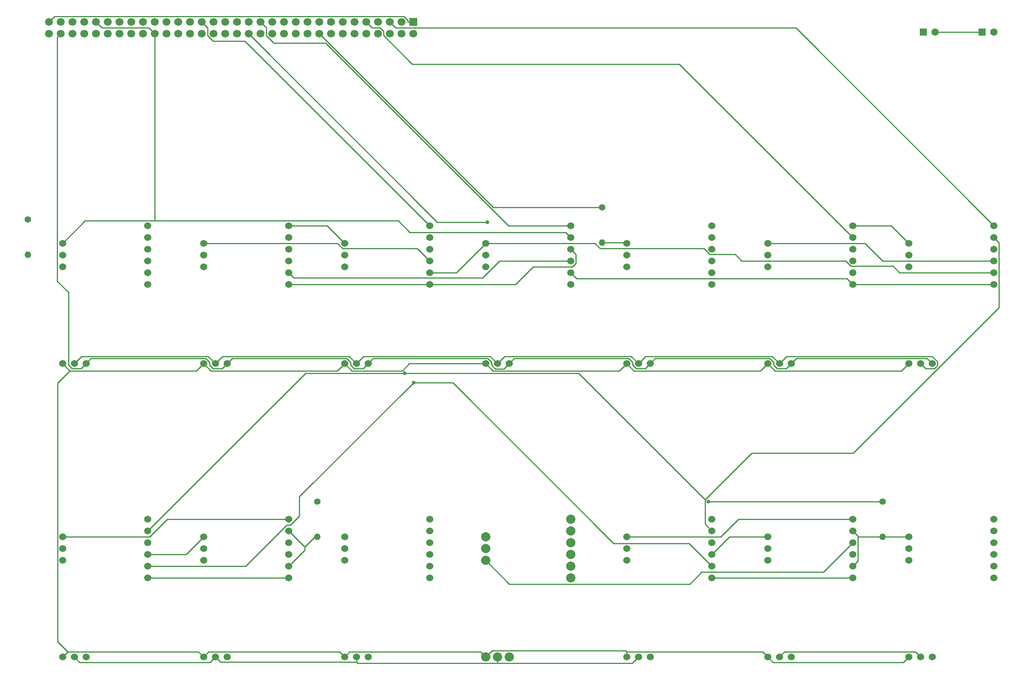
<source format=gbr>
G04 #@! TF.GenerationSoftware,KiCad,Pcbnew,(5.0.0)*
G04 #@! TF.CreationDate,2019-11-22T19:44:57+00:00*
G04 #@! TF.ProjectId,A-FP,412D46502E6B696361645F7063620000,rev?*
G04 #@! TF.SameCoordinates,Original*
G04 #@! TF.FileFunction,Copper,L1,Top,Signal*
G04 #@! TF.FilePolarity,Positive*
%FSLAX46Y46*%
G04 Gerber Fmt 4.6, Leading zero omitted, Abs format (unit mm)*
G04 Created by KiCad (PCBNEW (5.0.0)) date 11/22/19 19:44:57*
%MOMM*%
%LPD*%
G01*
G04 APERTURE LIST*
G04 #@! TA.AperFunction,ComponentPad*
%ADD10R,1.600000X1.600000*%
G04 #@! TD*
G04 #@! TA.AperFunction,ComponentPad*
%ADD11C,1.600000*%
G04 #@! TD*
G04 #@! TA.AperFunction,ComponentPad*
%ADD12R,1.700000X1.700000*%
G04 #@! TD*
G04 #@! TA.AperFunction,ComponentPad*
%ADD13C,1.700000*%
G04 #@! TD*
G04 #@! TA.AperFunction,ComponentPad*
%ADD14C,1.524000*%
G04 #@! TD*
G04 #@! TA.AperFunction,ComponentPad*
%ADD15C,1.400000*%
G04 #@! TD*
G04 #@! TA.AperFunction,ComponentPad*
%ADD16O,1.400000X1.400000*%
G04 #@! TD*
G04 #@! TA.AperFunction,ComponentPad*
%ADD17C,2.000000*%
G04 #@! TD*
G04 #@! TA.AperFunction,ViaPad*
%ADD18C,0.800000*%
G04 #@! TD*
G04 #@! TA.AperFunction,Conductor*
%ADD19C,0.250000*%
G04 #@! TD*
G04 APERTURE END LIST*
D10*
G04 #@! TO.P,C1,1*
G04 #@! TO.N,6v*
X228600000Y-33020000D03*
D11*
G04 #@! TO.P,C1,2*
G04 #@! TO.N,GND*
X231100000Y-33020000D03*
G04 #@! TD*
G04 #@! TO.P,C2,2*
G04 #@! TO.N,Neg6v*
X243800000Y-33020000D03*
D10*
G04 #@! TO.P,C2,1*
G04 #@! TO.N,GND*
X241300000Y-33020000D03*
G04 #@! TD*
D12*
G04 #@! TO.P,J1,1*
G04 #@! TO.N,GND*
X118345000Y-30861000D03*
D13*
G04 #@! TO.P,J1,A*
X118345000Y-33401000D03*
G04 #@! TO.P,J1,2*
G04 #@! TO.N,6v*
X115805000Y-30861000D03*
G04 #@! TO.P,J1,B*
X115805000Y-33401000D03*
G04 #@! TO.P,J1,3*
G04 #@! TO.N,J1-*
X113265000Y-30861000D03*
G04 #@! TO.P,J1,C*
G04 #@! TO.N,N/C*
X113265000Y-33401000D03*
G04 #@! TO.P,J1,4*
X110725000Y-30861000D03*
G04 #@! TO.P,J1,D*
X110725000Y-33401000D03*
G04 #@! TO.P,J1,5*
G04 #@! TO.N,1TPC-*
X108185000Y-30861000D03*
G04 #@! TO.P,J1,E*
G04 #@! TO.N,N/C*
X108185000Y-33401000D03*
G04 #@! TO.P,J1,6*
X105645000Y-30861000D03*
G04 #@! TO.P,J1,F*
X105645000Y-33401000D03*
G04 #@! TO.P,J1,7*
X103105000Y-30861000D03*
G04 #@! TO.P,J1,H*
X103105000Y-33401000D03*
G04 #@! TO.P,J1,8*
G04 #@! TO.N,J2-*
X100565000Y-30861000D03*
G04 #@! TO.P,J1,J*
G04 #@! TO.N,N/C*
X100565000Y-33401000D03*
G04 #@! TO.P,J1,9*
X98025000Y-30861000D03*
G04 #@! TO.P,J1,K*
G04 #@! TO.N,{PC2}*
X98025000Y-33401000D03*
G04 #@! TO.P,J1,10*
G04 #@! TO.N,N/C*
X95485000Y-30861000D03*
G04 #@! TO.P,J1,L*
G04 #@! TO.N,JTPC*
X95485000Y-33401000D03*
G04 #@! TO.P,J1,11*
G04 #@! TO.N,N/C*
X92945000Y-30861000D03*
G04 #@! TO.P,J1,M*
G04 #@! TO.N,PC2-*
X92945000Y-33401000D03*
G04 #@! TO.P,J1,12*
G04 #@! TO.N,PulseGenMargin*
X90405000Y-30861000D03*
G04 #@! TO.P,J1,N*
G04 #@! TO.N,N/C*
X90405000Y-33401000D03*
G04 #@! TO.P,J1,13*
X87865000Y-30861000D03*
G04 #@! TO.P,J1,P*
G04 #@! TO.N,{PC1}*
X87865000Y-33401000D03*
G04 #@! TO.P,J1,14*
G04 #@! TO.N,WFR*
X85325000Y-30861000D03*
G04 #@! TO.P,J1,R*
G04 #@! TO.N,N/C*
X85325000Y-33401000D03*
G04 #@! TO.P,J1,15*
X82785000Y-30861000D03*
G04 #@! TO.P,J1,S*
G04 #@! TO.N,PC1-*
X82785000Y-33401000D03*
G04 #@! TO.P,J1,16*
G04 #@! TO.N,N/C*
X80245000Y-30861000D03*
G04 #@! TO.P,J1,T*
G04 #@! TO.N,PC3-*
X80245000Y-33401000D03*
G04 #@! TO.P,J1,17*
G04 #@! TO.N,N/C*
X77705000Y-30861000D03*
G04 #@! TO.P,J1,U*
X77705000Y-33401000D03*
G04 #@! TO.P,J1,18*
X75165000Y-30861000D03*
G04 #@! TO.P,J1,V*
G04 #@! TO.N,{PC3}*
X75165000Y-33401000D03*
G04 #@! TO.P,J1,19*
G04 #@! TO.N,J3-*
X72625000Y-30861000D03*
G04 #@! TO.P,J1,W*
G04 #@! TO.N,N/C*
X72625000Y-33401000D03*
G04 #@! TO.P,J1,20*
G04 #@! TO.N,PC1-4*
X70085000Y-30861000D03*
G04 #@! TO.P,J1,X*
G04 #@! TO.N,N/C*
X70085000Y-33401000D03*
G04 #@! TO.P,J1,21*
X67545000Y-30861000D03*
G04 #@! TO.P,J1,Y*
G04 #@! TO.N,{PC4}*
X67545000Y-33401000D03*
G04 #@! TO.P,J1,22*
G04 #@! TO.N,N/C*
X65005000Y-30861000D03*
G04 #@! TO.P,J1,Z*
X65005000Y-33401000D03*
G04 #@! TO.P,J1,23*
X62465000Y-30861000D03*
G04 #@! TO.P,J1,AA*
G04 #@! TO.N,PC4-*
X62465000Y-33401000D03*
G04 #@! TO.P,J1,24*
G04 #@! TO.N,N/C*
X59925000Y-30861000D03*
G04 #@! TO.P,J1,AB*
X59925000Y-33401000D03*
G04 #@! TO.P,J1,25*
X57385000Y-30861000D03*
G04 #@! TO.P,J1,AC*
X57385000Y-33401000D03*
G04 #@! TO.P,J1,26*
X54845000Y-30861000D03*
G04 #@! TO.P,J1,AD*
X54845000Y-33401000D03*
G04 #@! TO.P,J1,27*
G04 #@! TO.N,J4-*
X52305000Y-30861000D03*
G04 #@! TO.P,J1,AE*
G04 #@! TO.N,N/C*
X52305000Y-33401000D03*
G04 #@! TO.P,J1,28*
G04 #@! TO.N,PC4-*
X49765000Y-30861000D03*
G04 #@! TO.P,J1,AF*
G04 #@! TO.N,N/C*
X49765000Y-33401000D03*
G04 #@! TO.P,J1,29*
X47225000Y-30861000D03*
G04 #@! TO.P,J1,AH*
X47225000Y-33401000D03*
G04 #@! TO.P,J1,30*
X44685000Y-30861000D03*
G04 #@! TO.P,J1,AJ*
X44685000Y-33401000D03*
G04 #@! TO.P,J1,31*
G04 #@! TO.N,Neg6v*
X42145000Y-30861000D03*
G04 #@! TO.P,J1,AK*
X42145000Y-33401000D03*
G04 #@! TO.P,J1,32*
G04 #@! TO.N,GND*
X39605000Y-30861000D03*
G04 #@! TO.P,J1,AL*
X39605000Y-33401000D03*
G04 #@! TD*
D14*
G04 #@! TO.P,U1,21*
G04 #@! TO.N,6v*
X225425000Y-168275000D03*
G04 #@! TO.P,U1,22*
G04 #@! TO.N,GND*
X227965000Y-168275000D03*
G04 #@! TO.P,U1,23*
G04 #@! TO.N,Neg6v*
X230505000Y-168275000D03*
G04 #@! TO.P,U1,1*
G04 #@! TO.N,N/C*
X243840000Y-151130000D03*
G04 #@! TO.P,U1,2*
X243840000Y-148590000D03*
G04 #@! TO.P,U1,3*
X243840000Y-146050000D03*
G04 #@! TO.P,U1,4*
G04 #@! TO.N,Net-(U1-Pad4)*
X243840000Y-143510000D03*
G04 #@! TO.P,U1,5*
G04 #@! TO.N,N/C*
X243840000Y-140970000D03*
G04 #@! TO.P,U1,6*
G04 #@! TO.N,Net-(U1-Pad6)*
X243840000Y-138430000D03*
G04 #@! TO.P,U1,11*
G04 #@! TO.N,N/C*
X225425000Y-147320000D03*
G04 #@! TO.P,U1,12*
G04 #@! TO.N,PC1-*
X225425000Y-144780000D03*
G04 #@! TO.P,U1,13*
X225425000Y-142240000D03*
G04 #@! TD*
G04 #@! TO.P,U3,13*
G04 #@! TO.N,Net-(U10-Pad6)*
X164465000Y-142240000D03*
G04 #@! TO.P,U3,12*
X164465000Y-144780000D03*
G04 #@! TO.P,U3,11*
X164465000Y-147320000D03*
G04 #@! TO.P,U3,6*
G04 #@! TO.N,J2-*
X182880000Y-138430000D03*
G04 #@! TO.P,U3,5*
G04 #@! TO.N,JTPC*
X182880000Y-140970000D03*
G04 #@! TO.P,U3,4*
G04 #@! TO.N,N/C*
X182880000Y-143510000D03*
G04 #@! TO.P,U3,3*
G04 #@! TO.N,Net-(U2-Pad13)*
X182880000Y-146050000D03*
G04 #@! TO.P,U3,2*
G04 #@! TO.N,WFM-*
X182880000Y-148590000D03*
G04 #@! TO.P,U3,1*
G04 #@! TO.N,PC2-*
X182880000Y-151130000D03*
G04 #@! TO.P,U3,23*
G04 #@! TO.N,Neg6v*
X169545000Y-168275000D03*
G04 #@! TO.P,U3,22*
G04 #@! TO.N,GND*
X167005000Y-168275000D03*
G04 #@! TO.P,U3,21*
G04 #@! TO.N,6v*
X164465000Y-168275000D03*
G04 #@! TD*
G04 #@! TO.P,U5,13*
G04 #@! TO.N,PC3-*
X103505000Y-142240000D03*
G04 #@! TO.P,U5,12*
X103505000Y-144780000D03*
G04 #@! TO.P,U5,11*
G04 #@! TO.N,N/C*
X103505000Y-147320000D03*
G04 #@! TO.P,U5,6*
G04 #@! TO.N,Net-(U12-Pad11)*
X121920000Y-138430000D03*
G04 #@! TO.P,U5,5*
G04 #@! TO.N,N/C*
X121920000Y-140970000D03*
G04 #@! TO.P,U5,4*
G04 #@! TO.N,Net-(U13-Pad11)*
X121920000Y-143510000D03*
G04 #@! TO.P,U5,3*
G04 #@! TO.N,N/C*
X121920000Y-146050000D03*
G04 #@! TO.P,U5,2*
X121920000Y-148590000D03*
G04 #@! TO.P,U5,1*
X121920000Y-151130000D03*
G04 #@! TO.P,U5,23*
G04 #@! TO.N,Neg6v*
X108585000Y-168275000D03*
G04 #@! TO.P,U5,22*
G04 #@! TO.N,GND*
X106045000Y-168275000D03*
G04 #@! TO.P,U5,21*
G04 #@! TO.N,6v*
X103505000Y-168275000D03*
G04 #@! TD*
G04 #@! TO.P,U7,13*
G04 #@! TO.N,Net-(U14-Pad6)*
X42545000Y-142240000D03*
G04 #@! TO.P,U7,12*
X42545000Y-144780000D03*
G04 #@! TO.P,U7,11*
X42545000Y-147320000D03*
G04 #@! TO.P,U7,6*
G04 #@! TO.N,J4-*
X60960000Y-138430000D03*
G04 #@! TO.P,U7,5*
G04 #@! TO.N,JTPC*
X60960000Y-140970000D03*
G04 #@! TO.P,U7,4*
G04 #@! TO.N,N/C*
X60960000Y-143510000D03*
G04 #@! TO.P,U7,3*
G04 #@! TO.N,Net-(U6-Pad13)*
X60960000Y-146050000D03*
G04 #@! TO.P,U7,2*
G04 #@! TO.N,WFM-*
X60960000Y-148590000D03*
G04 #@! TO.P,U7,1*
G04 #@! TO.N,PC4-*
X60960000Y-151130000D03*
G04 #@! TO.P,U7,23*
G04 #@! TO.N,Neg6v*
X47625000Y-168275000D03*
G04 #@! TO.P,U7,22*
G04 #@! TO.N,GND*
X45085000Y-168275000D03*
G04 #@! TO.P,U7,21*
G04 #@! TO.N,6v*
X42545000Y-168275000D03*
G04 #@! TD*
G04 #@! TO.P,U8,21*
G04 #@! TO.N,6v*
X225425000Y-104775000D03*
G04 #@! TO.P,U8,22*
G04 #@! TO.N,GND*
X227965000Y-104775000D03*
G04 #@! TO.P,U8,23*
G04 #@! TO.N,Neg6v*
X230505000Y-104775000D03*
G04 #@! TO.P,U8,1*
G04 #@! TO.N,PC1-*
X243840000Y-87630000D03*
G04 #@! TO.P,U8,2*
G04 #@! TO.N,WFM-*
X243840000Y-85090000D03*
G04 #@! TO.P,U8,3*
G04 #@! TO.N,Net-(U8-Pad3)*
X243840000Y-82550000D03*
G04 #@! TO.P,U8,4*
G04 #@! TO.N,N/C*
X243840000Y-80010000D03*
G04 #@! TO.P,U8,5*
G04 #@! TO.N,JTPC*
X243840000Y-77470000D03*
G04 #@! TO.P,U8,6*
G04 #@! TO.N,J1-*
X243840000Y-74930000D03*
G04 #@! TO.P,U8,11*
G04 #@! TO.N,Net-(U1-Pad6)*
X225425000Y-83820000D03*
G04 #@! TO.P,U8,12*
X225425000Y-81280000D03*
G04 #@! TO.P,U8,13*
X225425000Y-78740000D03*
G04 #@! TD*
G04 #@! TO.P,U10,13*
G04 #@! TO.N,PC2-*
X164465000Y-78740000D03*
G04 #@! TO.P,U10,12*
X164465000Y-81280000D03*
G04 #@! TO.P,U10,11*
G04 #@! TO.N,N/C*
X164465000Y-83820000D03*
G04 #@! TO.P,U10,6*
G04 #@! TO.N,Net-(U10-Pad6)*
X182880000Y-74930000D03*
G04 #@! TO.P,U10,5*
G04 #@! TO.N,N/C*
X182880000Y-77470000D03*
G04 #@! TO.P,U10,4*
G04 #@! TO.N,Net-(U10-Pad4)*
X182880000Y-80010000D03*
G04 #@! TO.P,U10,3*
G04 #@! TO.N,N/C*
X182880000Y-82550000D03*
G04 #@! TO.P,U10,2*
X182880000Y-85090000D03*
G04 #@! TO.P,U10,1*
X182880000Y-87630000D03*
G04 #@! TO.P,U10,23*
G04 #@! TO.N,Neg6v*
X169545000Y-104775000D03*
G04 #@! TO.P,U10,22*
G04 #@! TO.N,GND*
X167005000Y-104775000D03*
G04 #@! TO.P,U10,21*
G04 #@! TO.N,6v*
X164465000Y-104775000D03*
G04 #@! TD*
G04 #@! TO.P,U12,21*
G04 #@! TO.N,6v*
X103505000Y-104775000D03*
G04 #@! TO.P,U12,22*
G04 #@! TO.N,GND*
X106045000Y-104775000D03*
G04 #@! TO.P,U12,23*
G04 #@! TO.N,Neg6v*
X108585000Y-104775000D03*
G04 #@! TO.P,U12,1*
G04 #@! TO.N,PC3-*
X121920000Y-87630000D03*
G04 #@! TO.P,U12,2*
G04 #@! TO.N,WFM-*
X121920000Y-85090000D03*
G04 #@! TO.P,U12,3*
G04 #@! TO.N,Net-(U12-Pad3)*
X121920000Y-82550000D03*
G04 #@! TO.P,U12,4*
G04 #@! TO.N,N/C*
X121920000Y-80010000D03*
G04 #@! TO.P,U12,5*
G04 #@! TO.N,JTPC*
X121920000Y-77470000D03*
G04 #@! TO.P,U12,6*
G04 #@! TO.N,J3-*
X121920000Y-74930000D03*
G04 #@! TO.P,U12,11*
G04 #@! TO.N,Net-(U12-Pad11)*
X103505000Y-83820000D03*
G04 #@! TO.P,U12,12*
X103505000Y-81280000D03*
G04 #@! TO.P,U12,13*
X103505000Y-78740000D03*
G04 #@! TD*
G04 #@! TO.P,U14,21*
G04 #@! TO.N,6v*
X42545000Y-104775000D03*
G04 #@! TO.P,U14,22*
G04 #@! TO.N,GND*
X45085000Y-104775000D03*
G04 #@! TO.P,U14,23*
G04 #@! TO.N,Neg6v*
X47625000Y-104775000D03*
G04 #@! TO.P,U14,1*
G04 #@! TO.N,N/C*
X60960000Y-87630000D03*
G04 #@! TO.P,U14,2*
X60960000Y-85090000D03*
G04 #@! TO.P,U14,3*
X60960000Y-82550000D03*
G04 #@! TO.P,U14,4*
G04 #@! TO.N,Net-(U14-Pad4)*
X60960000Y-80010000D03*
G04 #@! TO.P,U14,5*
G04 #@! TO.N,N/C*
X60960000Y-77470000D03*
G04 #@! TO.P,U14,6*
G04 #@! TO.N,Net-(U14-Pad6)*
X60960000Y-74930000D03*
G04 #@! TO.P,U14,11*
G04 #@! TO.N,N/C*
X42545000Y-83820000D03*
G04 #@! TO.P,U14,12*
G04 #@! TO.N,PC4-*
X42545000Y-81280000D03*
G04 #@! TO.P,U14,13*
X42545000Y-78740000D03*
G04 #@! TD*
D15*
G04 #@! TO.P,R1,1*
G04 #@! TO.N,{PC2}*
X159200000Y-71000000D03*
D16*
G04 #@! TO.P,R1,2*
G04 #@! TO.N,PC2-*
X159200000Y-78620000D03*
G04 #@! TD*
G04 #@! TO.P,R2,2*
G04 #@! TO.N,PC1-*
X219800000Y-142220000D03*
D15*
G04 #@! TO.P,R2,1*
G04 #@! TO.N,{PC1}*
X219800000Y-134600000D03*
G04 #@! TD*
D16*
G04 #@! TO.P,R3,2*
G04 #@! TO.N,PC4-*
X35000000Y-81220000D03*
D15*
G04 #@! TO.P,R3,1*
G04 #@! TO.N,{PC4}*
X35000000Y-73600000D03*
G04 #@! TD*
G04 #@! TO.P,R4,1*
G04 #@! TO.N,{PC3}*
X97600000Y-134600000D03*
D16*
G04 #@! TO.P,R4,2*
G04 #@! TO.N,PC3-*
X97600000Y-142220000D03*
G04 #@! TD*
D14*
G04 #@! TO.P,U2,13*
G04 #@! TO.N,Net-(U2-Pad13)*
X194945000Y-142240000D03*
G04 #@! TO.P,U2,12*
G04 #@! TO.N,N/C*
X194945000Y-144780000D03*
G04 #@! TO.P,U2,11*
G04 #@! TO.N,Net-(U10-Pad4)*
X194945000Y-147320000D03*
G04 #@! TO.P,U2,6*
G04 #@! TO.N,Net-(U10-Pad6)*
X213360000Y-138430000D03*
G04 #@! TO.P,U2,5*
G04 #@! TO.N,PC1-*
X213360000Y-140970000D03*
G04 #@! TO.P,U2,4*
G04 #@! TO.N,2.4vRef*
X213360000Y-143510000D03*
G04 #@! TO.P,U2,3*
G04 #@! TO.N,N/C*
X213360000Y-146050000D03*
G04 #@! TO.P,U2,2*
G04 #@! TO.N,PC1-*
X213360000Y-148590000D03*
G04 #@! TO.P,U2,1*
G04 #@! TO.N,PC2-*
X213360000Y-151130000D03*
G04 #@! TO.P,U2,23*
G04 #@! TO.N,Neg6v*
X200025000Y-168275000D03*
G04 #@! TO.P,U2,22*
G04 #@! TO.N,GND*
X197485000Y-168275000D03*
G04 #@! TO.P,U2,21*
G04 #@! TO.N,6v*
X194945000Y-168275000D03*
G04 #@! TD*
G04 #@! TO.P,U6,13*
G04 #@! TO.N,Net-(U6-Pad13)*
X73025000Y-142240000D03*
G04 #@! TO.P,U6,12*
G04 #@! TO.N,N/C*
X73025000Y-144780000D03*
G04 #@! TO.P,U6,11*
G04 #@! TO.N,Net-(U14-Pad4)*
X73025000Y-147320000D03*
G04 #@! TO.P,U6,6*
G04 #@! TO.N,Net-(U14-Pad6)*
X91440000Y-138430000D03*
G04 #@! TO.P,U6,5*
G04 #@! TO.N,PC3-*
X91440000Y-140970000D03*
G04 #@! TO.P,U6,4*
G04 #@! TO.N,2.4vRef*
X91440000Y-143510000D03*
G04 #@! TO.P,U6,3*
G04 #@! TO.N,N/C*
X91440000Y-146050000D03*
G04 #@! TO.P,U6,2*
G04 #@! TO.N,PC3-*
X91440000Y-148590000D03*
G04 #@! TO.P,U6,1*
G04 #@! TO.N,PC4-*
X91440000Y-151130000D03*
G04 #@! TO.P,U6,23*
G04 #@! TO.N,Neg6v*
X78105000Y-168275000D03*
G04 #@! TO.P,U6,22*
G04 #@! TO.N,GND*
X75565000Y-168275000D03*
G04 #@! TO.P,U6,21*
G04 #@! TO.N,6v*
X73025000Y-168275000D03*
G04 #@! TD*
G04 #@! TO.P,U9,21*
G04 #@! TO.N,6v*
X194945000Y-104775000D03*
G04 #@! TO.P,U9,22*
G04 #@! TO.N,GND*
X197485000Y-104775000D03*
G04 #@! TO.P,U9,23*
G04 #@! TO.N,Neg6v*
X200025000Y-104775000D03*
G04 #@! TO.P,U9,1*
G04 #@! TO.N,PC1-*
X213360000Y-87630000D03*
G04 #@! TO.P,U9,2*
G04 #@! TO.N,1TPC-*
X213360000Y-85090000D03*
G04 #@! TO.P,U9,3*
G04 #@! TO.N,N/C*
X213360000Y-82550000D03*
G04 #@! TO.P,U9,4*
G04 #@! TO.N,2.4vRef*
X213360000Y-80010000D03*
G04 #@! TO.P,U9,5*
G04 #@! TO.N,1TPC-*
X213360000Y-77470000D03*
G04 #@! TO.P,U9,6*
G04 #@! TO.N,Net-(U1-Pad6)*
X213360000Y-74930000D03*
G04 #@! TO.P,U9,11*
G04 #@! TO.N,Net-(U1-Pad4)*
X194945000Y-83820000D03*
G04 #@! TO.P,U9,12*
G04 #@! TO.N,N/C*
X194945000Y-81280000D03*
G04 #@! TO.P,U9,13*
G04 #@! TO.N,Net-(U8-Pad3)*
X194945000Y-78740000D03*
G04 #@! TD*
G04 #@! TO.P,U11,21*
G04 #@! TO.N,6v*
X133985000Y-104775000D03*
G04 #@! TO.P,U11,22*
G04 #@! TO.N,GND*
X136525000Y-104775000D03*
G04 #@! TO.P,U11,23*
G04 #@! TO.N,Neg6v*
X139065000Y-104775000D03*
G04 #@! TO.P,U11,1*
G04 #@! TO.N,Net-(U11-Pad1)*
X152400000Y-87630000D03*
G04 #@! TO.P,U11,2*
G04 #@! TO.N,PC1-*
X152400000Y-85090000D03*
G04 #@! TO.P,U11,3*
G04 #@! TO.N,PC2-*
X152400000Y-82550000D03*
G04 #@! TO.P,U11,4*
G04 #@! TO.N,PC3-*
X152400000Y-80010000D03*
G04 #@! TO.P,U11,5*
G04 #@! TO.N,PC4-*
X152400000Y-77470000D03*
G04 #@! TO.P,U11,6*
G04 #@! TO.N,WFR*
X152400000Y-74930000D03*
G04 #@! TO.P,U11,11*
G04 #@! TO.N,PC1-4*
X133985000Y-83820000D03*
G04 #@! TO.P,U11,12*
G04 #@! TO.N,Net-(U11-Pad1)*
X133985000Y-81280000D03*
G04 #@! TO.P,U11,13*
G04 #@! TO.N,WFM-*
X133985000Y-78740000D03*
G04 #@! TD*
G04 #@! TO.P,U13,21*
G04 #@! TO.N,6v*
X73025000Y-104775000D03*
G04 #@! TO.P,U13,22*
G04 #@! TO.N,GND*
X75565000Y-104775000D03*
G04 #@! TO.P,U13,23*
G04 #@! TO.N,Neg6v*
X78105000Y-104775000D03*
G04 #@! TO.P,U13,1*
G04 #@! TO.N,PC3-*
X91440000Y-87630000D03*
G04 #@! TO.P,U13,2*
G04 #@! TO.N,PC2-*
X91440000Y-85090000D03*
G04 #@! TO.P,U13,3*
G04 #@! TO.N,N/C*
X91440000Y-82550000D03*
G04 #@! TO.P,U13,4*
G04 #@! TO.N,2.4vRef*
X91440000Y-80010000D03*
G04 #@! TO.P,U13,5*
G04 #@! TO.N,PC2-*
X91440000Y-77470000D03*
G04 #@! TO.P,U13,6*
G04 #@! TO.N,Net-(U12-Pad11)*
X91440000Y-74930000D03*
G04 #@! TO.P,U13,11*
G04 #@! TO.N,Net-(U13-Pad11)*
X73025000Y-83820000D03*
G04 #@! TO.P,U13,12*
G04 #@! TO.N,N/C*
X73025000Y-81280000D03*
G04 #@! TO.P,U13,13*
G04 #@! TO.N,Net-(U12-Pad3)*
X73025000Y-78740000D03*
G04 #@! TD*
D17*
G04 #@! TO.P,U4,21*
G04 #@! TO.N,6v*
X133985000Y-168275000D03*
G04 #@! TO.P,U4,22*
G04 #@! TO.N,GND*
X136525000Y-168275000D03*
G04 #@! TO.P,U4,23*
G04 #@! TO.N,Neg6v*
X139065000Y-168275000D03*
G04 #@! TO.P,U4,1*
G04 #@! TO.N,N/C*
X152400000Y-151130000D03*
G04 #@! TO.P,U4,2*
X152400000Y-148590000D03*
G04 #@! TO.P,U4,3*
X152400000Y-146050000D03*
G04 #@! TO.P,U4,4*
X152400000Y-143510000D03*
G04 #@! TO.P,U4,5*
X152400000Y-140970000D03*
G04 #@! TO.P,U4,6*
G04 #@! TO.N,PulseGenMargin*
X152400000Y-138430000D03*
G04 #@! TO.P,U4,11*
G04 #@! TO.N,2.4vRef*
X133985000Y-147320000D03*
G04 #@! TO.P,U4,12*
G04 #@! TO.N,N/C*
X133985000Y-144780000D03*
G04 #@! TO.P,U4,13*
X133985000Y-142240000D03*
G04 #@! TD*
D18*
G04 #@! TO.N,JTPC*
X116481500Y-106843800D03*
G04 #@! TO.N,PC1-*
X134389900Y-74144800D03*
G04 #@! TO.N,WFM-*
X118423300Y-108897800D03*
G04 #@! TO.N,{PC1}*
X182133700Y-134600000D03*
G04 #@! TD*
D19*
G04 #@! TO.N,6v*
X164465000Y-167174900D02*
X164212600Y-166922500D01*
X164212600Y-166922500D02*
X135337500Y-166922500D01*
X135337500Y-166922500D02*
X133985000Y-168275000D01*
X194945000Y-168275000D02*
X193844900Y-167174900D01*
X193844900Y-167174900D02*
X164465000Y-167174900D01*
X164465000Y-167174900D02*
X164465000Y-168275000D01*
X225425000Y-168275000D02*
X224282700Y-169417300D01*
X224282700Y-169417300D02*
X196087300Y-169417300D01*
X196087300Y-169417300D02*
X194945000Y-168275000D01*
X133985000Y-168275000D02*
X132896500Y-167186500D01*
X132896500Y-167186500D02*
X104593500Y-167186500D01*
X104593500Y-167186500D02*
X103505000Y-168275000D01*
X43670200Y-167149800D02*
X42545000Y-168275000D01*
X73025000Y-168275000D02*
X71899800Y-167149800D01*
X71899800Y-167149800D02*
X43670200Y-167149800D01*
X43670200Y-167149800D02*
X41438800Y-164918400D01*
X41438800Y-164918400D02*
X41438800Y-108968000D01*
X41438800Y-108968000D02*
X44088400Y-106318400D01*
X44088400Y-106318400D02*
X42545000Y-104775000D01*
X73025000Y-104775000D02*
X71481600Y-106318400D01*
X71481600Y-106318400D02*
X44088400Y-106318400D01*
X73025000Y-104775000D02*
X74568800Y-106318800D01*
X74568800Y-106318800D02*
X101961200Y-106318800D01*
X101961200Y-106318800D02*
X103505000Y-104775000D01*
X103505000Y-168275000D02*
X102417600Y-167187600D01*
X102417600Y-167187600D02*
X74112400Y-167187600D01*
X74112400Y-167187600D02*
X73025000Y-168275000D01*
X133985000Y-104775000D02*
X117524600Y-104775000D01*
X117524600Y-104775000D02*
X115969600Y-106330000D01*
X115969600Y-106330000D02*
X105060000Y-106330000D01*
X105060000Y-106330000D02*
X103505000Y-104775000D01*
X164465000Y-104775000D02*
X166033600Y-106343600D01*
X166033600Y-106343600D02*
X193376400Y-106343600D01*
X193376400Y-106343600D02*
X194945000Y-104775000D01*
X133985000Y-104775000D02*
X135561500Y-106351500D01*
X135561500Y-106351500D02*
X162888500Y-106351500D01*
X162888500Y-106351500D02*
X164465000Y-104775000D01*
X194945000Y-104775000D02*
X196502300Y-106332300D01*
X196502300Y-106332300D02*
X223867700Y-106332300D01*
X223867700Y-106332300D02*
X225425000Y-104775000D01*
G04 #@! TO.N,GND*
X136525000Y-169614800D02*
X165665200Y-169614800D01*
X165665200Y-169614800D02*
X167005000Y-168275000D01*
X106045000Y-169375100D02*
X106284700Y-169614800D01*
X106284700Y-169614800D02*
X136525000Y-169614800D01*
X136525000Y-169614800D02*
X136525000Y-168275000D01*
X197485000Y-168275000D02*
X198575000Y-167185000D01*
X198575000Y-167185000D02*
X226875000Y-167185000D01*
X226875000Y-167185000D02*
X227965000Y-168275000D01*
X106045000Y-104775000D02*
X107582800Y-103237200D01*
X107582800Y-103237200D02*
X134987200Y-103237200D01*
X134987200Y-103237200D02*
X136525000Y-104775000D01*
X167005000Y-104775000D02*
X165449400Y-103219400D01*
X165449400Y-103219400D02*
X138080600Y-103219400D01*
X138080600Y-103219400D02*
X136525000Y-104775000D01*
X106045000Y-104775000D02*
X104503500Y-103233500D01*
X104503500Y-103233500D02*
X77106500Y-103233500D01*
X77106500Y-103233500D02*
X75565000Y-104775000D01*
X197485000Y-104775000D02*
X195944700Y-103234700D01*
X195944700Y-103234700D02*
X168545300Y-103234700D01*
X168545300Y-103234700D02*
X167005000Y-104775000D01*
X75565000Y-104775000D02*
X74025500Y-103235500D01*
X74025500Y-103235500D02*
X46624500Y-103235500D01*
X46624500Y-103235500D02*
X45085000Y-104775000D01*
X197485000Y-104775000D02*
X199055700Y-103204300D01*
X199055700Y-103204300D02*
X230476000Y-103204300D01*
X230476000Y-103204300D02*
X231622500Y-104350800D01*
X231622500Y-104350800D02*
X231622500Y-105241200D01*
X231622500Y-105241200D02*
X230995300Y-105868400D01*
X230995300Y-105868400D02*
X229058400Y-105868400D01*
X229058400Y-105868400D02*
X227965000Y-104775000D01*
X75565000Y-168275000D02*
X74406800Y-169433200D01*
X74406800Y-169433200D02*
X46243200Y-169433200D01*
X46243200Y-169433200D02*
X45085000Y-168275000D01*
X75565000Y-168275000D02*
X76665100Y-169375100D01*
X76665100Y-169375100D02*
X106045000Y-169375100D01*
X118345000Y-30861000D02*
X117169700Y-30861000D01*
X39605000Y-30861000D02*
X40780300Y-29685700D01*
X40780300Y-29685700D02*
X116361800Y-29685700D01*
X116361800Y-29685700D02*
X117169700Y-30493600D01*
X117169700Y-30493600D02*
X117169700Y-30861000D01*
X241300000Y-33020000D02*
X231100000Y-33020000D01*
X106045000Y-169375100D02*
X106045000Y-168275000D01*
G04 #@! TO.N,Neg6v*
X108585000Y-104775000D02*
X109672400Y-103687600D01*
X109672400Y-103687600D02*
X134450800Y-103687600D01*
X134450800Y-103687600D02*
X135255000Y-104491800D01*
X135255000Y-104491800D02*
X135255000Y-105075000D01*
X135255000Y-105075000D02*
X136081100Y-105901100D01*
X136081100Y-105901100D02*
X137938900Y-105901100D01*
X137938900Y-105901100D02*
X139065000Y-104775000D01*
X108585000Y-104775000D02*
X107495400Y-105864600D01*
X107495400Y-105864600D02*
X105564600Y-105864600D01*
X105564600Y-105864600D02*
X104775000Y-105075000D01*
X104775000Y-105075000D02*
X104775000Y-104491800D01*
X104775000Y-104491800D02*
X103967100Y-103683900D01*
X103967100Y-103683900D02*
X79196100Y-103683900D01*
X79196100Y-103683900D02*
X78105000Y-104775000D01*
X78105000Y-104775000D02*
X77011500Y-105868500D01*
X77011500Y-105868500D02*
X75106900Y-105868500D01*
X75106900Y-105868500D02*
X74295000Y-105056600D01*
X74295000Y-105056600D02*
X74295000Y-104484900D01*
X74295000Y-104484900D02*
X73496000Y-103685900D01*
X73496000Y-103685900D02*
X48714100Y-103685900D01*
X48714100Y-103685900D02*
X47625000Y-104775000D01*
X169545000Y-104775000D02*
X168454300Y-105865700D01*
X168454300Y-105865700D02*
X166499200Y-105865700D01*
X166499200Y-105865700D02*
X165735000Y-105101500D01*
X165735000Y-105101500D02*
X165735000Y-104501800D01*
X165735000Y-104501800D02*
X164920800Y-103687600D01*
X164920800Y-103687600D02*
X140152400Y-103687600D01*
X140152400Y-103687600D02*
X139065000Y-104775000D01*
X47625000Y-104775000D02*
X46534900Y-105865100D01*
X46534900Y-105865100D02*
X44605100Y-105865100D01*
X44605100Y-105865100D02*
X43815000Y-105075000D01*
X43815000Y-105075000D02*
X43815000Y-89365000D01*
X43815000Y-89365000D02*
X41377400Y-86927400D01*
X41377400Y-86927400D02*
X41377400Y-34168600D01*
X41377400Y-34168600D02*
X42145000Y-33401000D01*
X200025000Y-104775000D02*
X198937600Y-105862400D01*
X198937600Y-105862400D02*
X197025500Y-105862400D01*
X197025500Y-105862400D02*
X196215000Y-105051900D01*
X196215000Y-105051900D02*
X196215000Y-104483200D01*
X196215000Y-104483200D02*
X195416900Y-103685100D01*
X195416900Y-103685100D02*
X170634900Y-103685100D01*
X170634900Y-103685100D02*
X169545000Y-104775000D01*
X230505000Y-104775000D02*
X229389000Y-103659000D01*
X229389000Y-103659000D02*
X201141000Y-103659000D01*
X201141000Y-103659000D02*
X200025000Y-104775000D01*
G04 #@! TO.N,J1-*
X243840000Y-74930000D02*
X201041000Y-32131000D01*
X201041000Y-32131000D02*
X114535000Y-32131000D01*
X114535000Y-32131000D02*
X113265000Y-30861000D01*
G04 #@! TO.N,JTPC*
X181408400Y-134180100D02*
X154072100Y-106843800D01*
X154072100Y-106843800D02*
X116481500Y-106843800D01*
X243840000Y-77470000D02*
X244929400Y-78559400D01*
X244929400Y-78559400D02*
X244929400Y-92611200D01*
X244929400Y-92611200D02*
X213426100Y-124114500D01*
X213426100Y-124114500D02*
X191474000Y-124114500D01*
X191474000Y-124114500D02*
X181408400Y-134180100D01*
X181408400Y-134180100D02*
X181408400Y-139498400D01*
X181408400Y-139498400D02*
X182880000Y-140970000D01*
X60960000Y-140970000D02*
X95086200Y-106843800D01*
X95086200Y-106843800D02*
X116481500Y-106843800D01*
G04 #@! TO.N,PC2-*
X152400000Y-82550000D02*
X136979200Y-82550000D01*
X136979200Y-82550000D02*
X133326400Y-86202800D01*
X133326400Y-86202800D02*
X92552800Y-86202800D01*
X92552800Y-86202800D02*
X91440000Y-85090000D01*
X159200000Y-78620000D02*
X164345000Y-78620000D01*
X164345000Y-78620000D02*
X164465000Y-78740000D01*
X213360000Y-151130000D02*
X182880000Y-151130000D01*
G04 #@! TO.N,PC1-*
X213360000Y-87630000D02*
X243840000Y-87630000D01*
X152400000Y-85090000D02*
X153670000Y-86360000D01*
X153670000Y-86360000D02*
X212090000Y-86360000D01*
X212090000Y-86360000D02*
X213360000Y-87630000D01*
X134389900Y-74144800D02*
X123528800Y-74144800D01*
X123528800Y-74144800D02*
X82785000Y-33401000D01*
X214450000Y-142220000D02*
X214450000Y-147500000D01*
X214450000Y-147500000D02*
X213360000Y-148590000D01*
X213360000Y-140970000D02*
X214450000Y-142060000D01*
X214450000Y-142060000D02*
X214450000Y-142220000D01*
X214450000Y-142220000D02*
X218774700Y-142220000D01*
X219800000Y-142220000D02*
X218774700Y-142220000D01*
X219800000Y-142220000D02*
X225405000Y-142220000D01*
X225405000Y-142220000D02*
X225425000Y-142240000D01*
G04 #@! TO.N,PC3-*
X94888700Y-144418700D02*
X91440000Y-140970000D01*
X91440000Y-148590000D02*
X94888700Y-145141300D01*
X94888700Y-145141300D02*
X94888700Y-144418700D01*
X97087400Y-142220000D02*
X94888700Y-144418700D01*
X97600000Y-142220000D02*
X97087400Y-142220000D01*
X121920000Y-87630000D02*
X140448000Y-87630000D01*
X140448000Y-87630000D02*
X144258000Y-83820000D01*
X144258000Y-83820000D02*
X152733600Y-83820000D01*
X152733600Y-83820000D02*
X153500600Y-83053000D01*
X153500600Y-83053000D02*
X153500600Y-81110600D01*
X153500600Y-81110600D02*
X152400000Y-80010000D01*
X91440000Y-87630000D02*
X121920000Y-87630000D01*
G04 #@! TO.N,J3-*
X121920000Y-74930000D02*
X81955800Y-34965800D01*
X81955800Y-34965800D02*
X75054200Y-34965800D01*
X75054200Y-34965800D02*
X73895000Y-33806600D01*
X73895000Y-33806600D02*
X73895000Y-32131000D01*
X73895000Y-32131000D02*
X72625000Y-30861000D01*
G04 #@! TO.N,PC4-*
X60960000Y-151130000D02*
X91440000Y-151130000D01*
X62465000Y-73840100D02*
X115112900Y-73840100D01*
X115112900Y-73840100D02*
X117630000Y-76357200D01*
X117630000Y-76357200D02*
X151287200Y-76357200D01*
X151287200Y-76357200D02*
X152400000Y-77470000D01*
X42545000Y-78740000D02*
X47444900Y-73840100D01*
X47444900Y-73840100D02*
X62465000Y-73840100D01*
X62465000Y-73840100D02*
X62465000Y-33401000D01*
X49765000Y-30861000D02*
X51035000Y-32131000D01*
X51035000Y-32131000D02*
X61195000Y-32131000D01*
X61195000Y-32131000D02*
X62465000Y-33401000D01*
G04 #@! TO.N,Net-(U1-Pad6)*
X213360000Y-74930000D02*
X221615000Y-74930000D01*
X221615000Y-74930000D02*
X225425000Y-78740000D01*
G04 #@! TO.N,Net-(U10-Pad6)*
X213360000Y-138430000D02*
X188635800Y-138430000D01*
X188635800Y-138430000D02*
X184825800Y-142240000D01*
X184825800Y-142240000D02*
X164465000Y-142240000D01*
G04 #@! TO.N,WFM-*
X133985000Y-78740000D02*
X157591200Y-78740000D01*
X157591200Y-78740000D02*
X158705200Y-79854000D01*
X158705200Y-79854000D02*
X181186300Y-79854000D01*
X181186300Y-79854000D02*
X182452900Y-81120600D01*
X182452900Y-81120600D02*
X187911800Y-81120600D01*
X187911800Y-81120600D02*
X189341200Y-82550000D01*
X189341200Y-82550000D02*
X211822300Y-82550000D01*
X211822300Y-82550000D02*
X212932900Y-83660600D01*
X212932900Y-83660600D02*
X222037900Y-83660600D01*
X222037900Y-83660600D02*
X223467300Y-85090000D01*
X223467300Y-85090000D02*
X243840000Y-85090000D01*
X121920000Y-85090000D02*
X127635000Y-85090000D01*
X127635000Y-85090000D02*
X133985000Y-78740000D01*
X182880000Y-148590000D02*
X177958300Y-143668300D01*
X177958300Y-143668300D02*
X161652300Y-143668300D01*
X161652300Y-143668300D02*
X126881800Y-108897800D01*
X126881800Y-108897800D02*
X118423300Y-108897800D01*
X60960000Y-148590000D02*
X82095800Y-148590000D01*
X82095800Y-148590000D02*
X90985800Y-139700000D01*
X90985800Y-139700000D02*
X91778800Y-139700000D01*
X91778800Y-139700000D02*
X93746500Y-137732300D01*
X93746500Y-137732300D02*
X93746500Y-133574600D01*
X93746500Y-133574600D02*
X118423300Y-108897800D01*
G04 #@! TO.N,Net-(U12-Pad11)*
X91440000Y-74930000D02*
X99695000Y-74930000D01*
X99695000Y-74930000D02*
X103505000Y-78740000D01*
G04 #@! TO.N,Net-(U14-Pad6)*
X91440000Y-138430000D02*
X65224200Y-138430000D01*
X65224200Y-138430000D02*
X61414200Y-142240000D01*
X61414200Y-142240000D02*
X42545000Y-142240000D01*
G04 #@! TO.N,1TPC-*
X108185000Y-30861000D02*
X109455000Y-32131000D01*
X109455000Y-32131000D02*
X111156000Y-32131000D01*
X111156000Y-32131000D02*
X111900400Y-32875400D01*
X111900400Y-32875400D02*
X111900400Y-33756100D01*
X111900400Y-33756100D02*
X118128800Y-39984500D01*
X118128800Y-39984500D02*
X175874500Y-39984500D01*
X175874500Y-39984500D02*
X213360000Y-77470000D01*
G04 #@! TO.N,{PC2}*
X159200000Y-71000000D02*
X135624000Y-71000000D01*
X135624000Y-71000000D02*
X98025000Y-33401000D01*
G04 #@! TO.N,{PC1}*
X219800000Y-134600000D02*
X182133700Y-134600000D01*
G04 #@! TO.N,WFR*
X152400000Y-74930000D02*
X138917100Y-74930000D01*
X138917100Y-74930000D02*
X99396000Y-35408900D01*
X99396000Y-35408900D02*
X88190900Y-35408900D01*
X88190900Y-35408900D02*
X86595000Y-33813000D01*
X86595000Y-33813000D02*
X86595000Y-32131000D01*
X86595000Y-32131000D02*
X85325000Y-30861000D01*
G04 #@! TO.N,Net-(U2-Pad13)*
X194945000Y-142240000D02*
X186690000Y-142240000D01*
X186690000Y-142240000D02*
X182880000Y-146050000D01*
G04 #@! TO.N,Net-(U6-Pad13)*
X73025000Y-142240000D02*
X69215000Y-146050000D01*
X69215000Y-146050000D02*
X60960000Y-146050000D01*
G04 #@! TO.N,Net-(U8-Pad3)*
X194945000Y-78740000D02*
X216011200Y-78740000D01*
X216011200Y-78740000D02*
X219821200Y-82550000D01*
X219821200Y-82550000D02*
X243840000Y-82550000D01*
G04 #@! TO.N,Net-(U12-Pad3)*
X73025000Y-78740000D02*
X101967300Y-78740000D01*
X101967300Y-78740000D02*
X103077900Y-79850600D01*
X103077900Y-79850600D02*
X119220600Y-79850600D01*
X119220600Y-79850600D02*
X121920000Y-82550000D01*
G04 #@! TO.N,2.4vRef*
X133985000Y-147320000D02*
X139127500Y-152462500D01*
X139127500Y-152462500D02*
X178106900Y-152462500D01*
X178106900Y-152462500D02*
X180709400Y-149860000D01*
X180709400Y-149860000D02*
X207010000Y-149860000D01*
X207010000Y-149860000D02*
X213360000Y-143510000D01*
G04 #@! TD*
M02*

</source>
